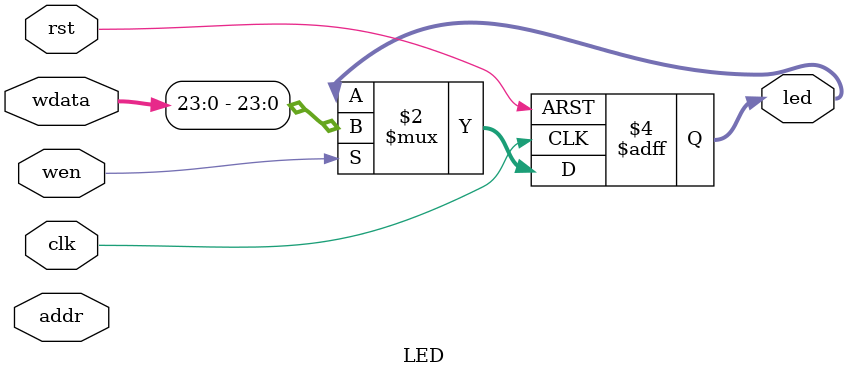
<source format=v>
module LED(
    input wire rst,
    input wire clk,
    input wire wen,
    input wire[11:0] addr,
    input wire[31:0] wdata,
    output reg[23:0] led
);

always@(posedge clk or posedge rst)begin
    if(rst)begin
        led <= 24'b0;
    end else if(wen)begin
        led <= {wdata[23:0]};
    end
end

endmodule
</source>
